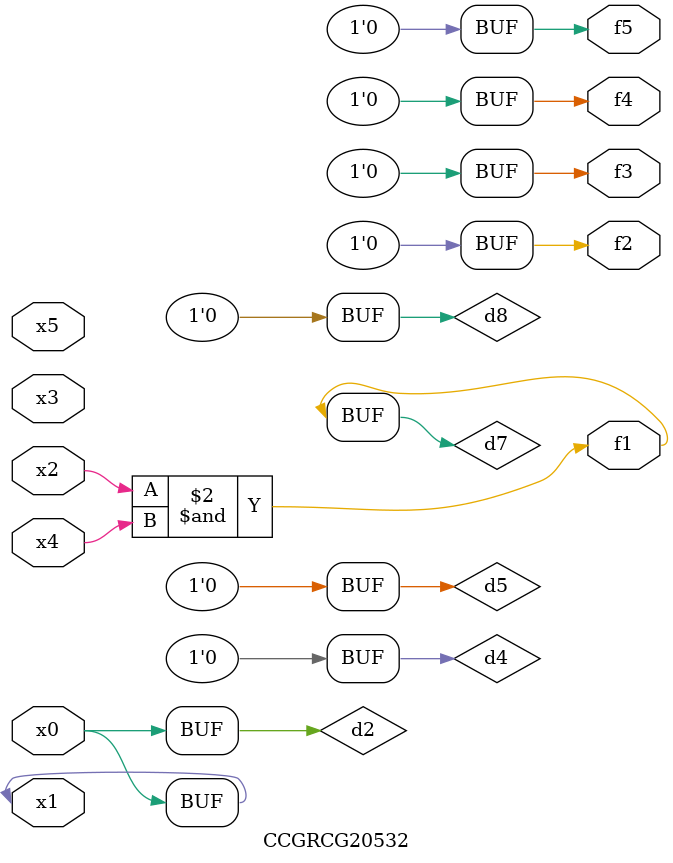
<source format=v>
module CCGRCG20532(
	input x0, x1, x2, x3, x4, x5,
	output f1, f2, f3, f4, f5
);

	wire d1, d2, d3, d4, d5, d6, d7, d8, d9;

	nand (d1, x1);
	buf (d2, x0, x1);
	nand (d3, x2, x4);
	and (d4, d1, d2);
	and (d5, d1, d2);
	nand (d6, d1, d3);
	not (d7, d3);
	xor (d8, d5);
	nor (d9, d5, d6);
	assign f1 = d7;
	assign f2 = d8;
	assign f3 = d8;
	assign f4 = d8;
	assign f5 = d8;
endmodule

</source>
